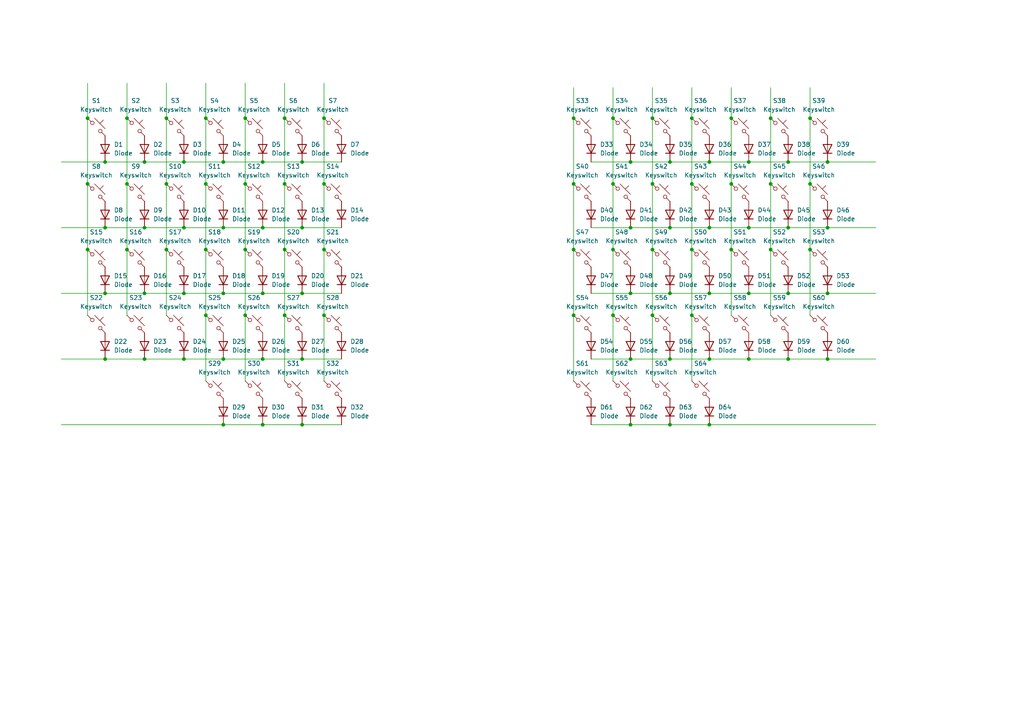
<source format=kicad_sch>
(kicad_sch (version 20230121) (generator eeschema)
  (paper "A4")
  (lib_symbols
    (symbol "ScottoKeebs:Placeholder_Diode" (pin_numbers hide) (pin_names hide)
      (property "Reference" "D" (at 0 2.54 0))
      (property "Value" "Diode" (at 0 -2.54 0))
      (symbol "Placeholder_Diode_0_1"
        (polyline (pts (xy -1.27 1.27) (xy -1.27 -1.27)) (stroke (width 0.254)))
        (polyline (pts (xy 1.27 0) (xy -1.27 0)))
        (polyline (pts (xy 1.27 1.27) (xy 1.27 -1.27) (xy -1.27 0) (xy 1.27 1.27)) (stroke (width 0.254)))
      )
      (symbol "Placeholder_Diode_1_1"
        (pin passive line (at -3.81 0 0) (length 2.54) (name "K") (number "1"))
        (pin passive line (at 3.81 0 180) (length 2.54) (name "A") (number "2"))
      )
    )
    (symbol "ScottoKeebs:Placeholder_Keyswitch" (pin_numbers hide) (pin_names (offset 1.016) hide)
      (property "Reference" "S" (at 3.048 1.016 0))
      (property "Value" "Keyswitch" (at 0 -3.81 0))
      (symbol "Placeholder_Keyswitch_0_1"
        (circle (center -1.1684 1.1684) (radius 0.508))
        (polyline (pts (xy -0.508 2.54) (xy 2.54 -0.508)))
        (polyline (pts (xy 1.016 1.016) (xy 2.032 2.032)))
        (polyline (pts (xy -2.54 2.54) (xy -1.524 1.524) (xy -1.524 1.524)))
        (polyline (pts (xy 1.524 -1.524) (xy 2.54 -2.54) (xy 2.54 -2.54) (xy 2.54 -2.54)))
        (circle (center 1.143 -1.1938) (radius 0.508))
        (pin passive line (at -2.54 2.54 0) (length 0) (name "1") (number "1"))
        (pin passive line (at 2.54 -2.54 180) (length 0) (name "2") (number "2"))
      )
    )
  )
  (junction (at 36.83 72.39))
  (junction (at 71.12 53.34))
  (junction (at 234.95 53.34))
  (junction (at 166.37 34.29))
  (junction (at 200.66 34.29))
  (junction (at 240.03 85.09))
  (junction (at 76.2 85.09))
  (junction (at 87.63 66.04))
  (junction (at 76.2 104.14))
  (junction (at 76.2 123.19))
  (junction (at 76.2 66.04))
  (junction (at 194.31 104.14))
  (junction (at 205.74 46.99))
  (junction (at 200.66 72.39))
  (junction (at 41.91 104.14))
  (junction (at 30.48 46.99))
  (junction (at 189.23 34.29))
  (junction (at 53.34 66.04))
  (junction (at 36.83 53.34))
  (junction (at 189.23 72.39))
  (junction (at 30.48 66.04))
  (junction (at 166.37 72.39))
  (junction (at 217.17 46.99))
  (junction (at 41.91 66.04))
  (junction (at 82.55 91.44))
  (junction (at 71.12 34.29))
  (junction (at 64.77 85.09))
  (junction (at 30.48 104.14))
  (junction (at 182.88 123.19))
  (junction (at 189.23 53.34))
  (junction (at 223.52 53.34))
  (junction (at 177.8 91.44))
  (junction (at 87.63 123.19))
  (junction (at 25.4 53.34))
  (junction (at 53.34 85.09))
  (junction (at 182.88 104.14))
  (junction (at 87.63 46.99))
  (junction (at 64.77 123.19))
  (junction (at 41.91 46.99))
  (junction (at 59.69 91.44))
  (junction (at 166.37 91.44))
  (junction (at 76.2 46.99))
  (junction (at 48.26 34.29))
  (junction (at 64.77 66.04))
  (junction (at 64.77 104.14))
  (junction (at 240.03 66.04))
  (junction (at 93.98 34.29))
  (junction (at 71.12 72.39))
  (junction (at 71.12 91.44))
  (junction (at 205.74 104.14))
  (junction (at 177.8 72.39))
  (junction (at 177.8 34.29))
  (junction (at 25.4 72.39))
  (junction (at 240.03 46.99))
  (junction (at 212.09 53.34))
  (junction (at 200.66 91.44))
  (junction (at 93.98 91.44))
  (junction (at 194.31 85.09))
  (junction (at 177.8 53.34))
  (junction (at 194.31 46.99))
  (junction (at 223.52 34.29))
  (junction (at 87.63 85.09))
  (junction (at 205.74 123.19))
  (junction (at 36.83 34.29))
  (junction (at 228.6 66.04))
  (junction (at 234.95 34.29))
  (junction (at 228.6 46.99))
  (junction (at 25.4 34.29))
  (junction (at 200.66 53.34))
  (junction (at 59.69 34.29))
  (junction (at 189.23 91.44))
  (junction (at 41.91 85.09))
  (junction (at 64.77 46.99))
  (junction (at 228.6 85.09))
  (junction (at 59.69 72.39))
  (junction (at 82.55 34.29))
  (junction (at 217.17 85.09))
  (junction (at 53.34 104.14))
  (junction (at 212.09 34.29))
  (junction (at 240.03 104.14))
  (junction (at 182.88 66.04))
  (junction (at 59.69 53.34))
  (junction (at 48.26 72.39))
  (junction (at 82.55 53.34))
  (junction (at 205.74 85.09))
  (junction (at 228.6 104.14))
  (junction (at 87.63 104.14))
  (junction (at 93.98 72.39))
  (junction (at 223.52 72.39))
  (junction (at 48.26 53.34))
  (junction (at 234.95 72.39))
  (junction (at 166.37 53.34))
  (junction (at 194.31 66.04))
  (junction (at 205.74 66.04))
  (junction (at 93.98 53.34))
  (junction (at 82.55 72.39))
  (junction (at 212.09 72.39))
  (junction (at 182.88 85.09))
  (junction (at 194.31 123.19))
  (junction (at 182.88 46.99))
  (junction (at 217.17 104.14))
  (junction (at 53.34 46.99))
  (junction (at 30.48 85.09))
  (junction (at 217.17 66.04))
  (wire (pts (xy 76.2 66.04) (xy 87.63 66.04)))
  (wire (pts (xy 41.91 46.99) (xy 53.34 46.99)))
  (wire (pts (xy 171.45 104.14) (xy 182.88 104.14)))
  (wire (pts (xy 234.95 34.29) (xy 234.95 53.34)))
  (wire (pts (xy 194.31 85.09) (xy 205.74 85.09)))
  (wire (pts (xy 36.83 24.13) (xy 36.83 34.29)))
  (wire (pts (xy 76.2 123.19) (xy 87.63 123.19)))
  (wire (pts (xy 64.77 46.99) (xy 76.2 46.99)))
  (wire (pts (xy 182.88 123.19) (xy 194.31 123.19)))
  (wire (pts (xy 240.03 66.04) (xy 254 66.04)))
  (wire (pts (xy 171.45 85.09) (xy 182.88 85.09)))
  (wire (pts (xy 87.63 123.19) (xy 99.06 123.19)))
  (wire (pts (xy 194.31 104.14) (xy 205.74 104.14)))
  (wire (pts (xy 182.88 46.99) (xy 194.31 46.99)))
  (wire (pts (xy 228.6 85.09) (xy 240.03 85.09)))
  (wire (pts (xy 93.98 53.34) (xy 93.98 72.39)))
  (wire (pts (xy 182.88 104.14) (xy 194.31 104.14)))
  (wire (pts (xy 217.17 85.09) (xy 228.6 85.09)))
  (wire (pts (xy 59.69 53.34) (xy 59.69 72.39)))
  (wire (pts (xy 82.55 53.34) (xy 82.55 72.39)))
  (wire (pts (xy 93.98 72.39) (xy 93.98 91.44)))
  (wire (pts (xy 200.66 25.4) (xy 200.66 34.29)))
  (wire (pts (xy 194.31 123.19) (xy 205.74 123.19)))
  (wire (pts (xy 93.98 34.29) (xy 93.98 53.34)))
  (wire (pts (xy 48.26 72.39) (xy 48.26 91.44)))
  (wire (pts (xy 25.4 72.39) (xy 25.4 91.44)))
  (wire (pts (xy 171.45 66.04) (xy 182.88 66.04)))
  (wire (pts (xy 177.8 25.4) (xy 177.8 34.29)))
  (wire (pts (xy 212.09 25.4) (xy 212.09 34.29)))
  (wire (pts (xy 200.66 34.29) (xy 200.66 53.34)))
  (wire (pts (xy 71.12 34.29) (xy 71.12 53.34)))
  (wire (pts (xy 177.8 53.34) (xy 177.8 72.39)))
  (wire (pts (xy 87.63 46.99) (xy 99.06 46.99)))
  (wire (pts (xy 200.66 72.39) (xy 200.66 91.44)))
  (wire (pts (xy 182.88 85.09) (xy 194.31 85.09)))
  (wire (pts (xy 53.34 66.04) (xy 64.77 66.04)))
  (wire (pts (xy 64.77 66.04) (xy 76.2 66.04)))
  (wire (pts (xy 194.31 46.99) (xy 205.74 46.99)))
  (wire (pts (xy 25.4 53.34) (xy 25.4 72.39)))
  (wire (pts (xy 17.78 66.04) (xy 30.48 66.04)))
  (wire (pts (xy 25.4 34.29) (xy 25.4 53.34)))
  (wire (pts (xy 240.03 85.09) (xy 254 85.09)))
  (wire (pts (xy 71.12 53.34) (xy 71.12 72.39)))
  (wire (pts (xy 25.4 24.13) (xy 25.4 34.29)))
  (wire (pts (xy 217.17 104.14) (xy 228.6 104.14)))
  (wire (pts (xy 53.34 104.14) (xy 64.77 104.14)))
  (wire (pts (xy 166.37 34.29) (xy 166.37 53.34)))
  (wire (pts (xy 234.95 53.34) (xy 234.95 72.39)))
  (wire (pts (xy 53.34 85.09) (xy 64.77 85.09)))
  (wire (pts (xy 177.8 72.39) (xy 177.8 91.44)))
  (wire (pts (xy 93.98 24.13) (xy 93.98 34.29)))
  (wire (pts (xy 205.74 85.09) (xy 217.17 85.09)))
  (wire (pts (xy 171.45 123.19) (xy 182.88 123.19)))
  (wire (pts (xy 200.66 53.34) (xy 200.66 72.39)))
  (wire (pts (xy 36.83 72.39) (xy 36.83 91.44)))
  (wire (pts (xy 228.6 66.04) (xy 240.03 66.04)))
  (wire (pts (xy 217.17 66.04) (xy 228.6 66.04)))
  (wire (pts (xy 30.48 46.99) (xy 41.91 46.99)))
  (wire (pts (xy 189.23 72.39) (xy 189.23 91.44)))
  (wire (pts (xy 223.52 53.34) (xy 223.52 72.39)))
  (wire (pts (xy 36.83 34.29) (xy 36.83 53.34)))
  (wire (pts (xy 217.17 46.99) (xy 228.6 46.99)))
  (wire (pts (xy 48.26 34.29) (xy 48.26 53.34)))
  (wire (pts (xy 223.52 25.4) (xy 223.52 34.29)))
  (wire (pts (xy 223.52 34.29) (xy 223.52 53.34)))
  (wire (pts (xy 64.77 123.19) (xy 76.2 123.19)))
  (wire (pts (xy 30.48 66.04) (xy 41.91 66.04)))
  (wire (pts (xy 189.23 53.34) (xy 189.23 72.39)))
  (wire (pts (xy 93.98 91.44) (xy 93.98 110.49)))
  (wire (pts (xy 59.69 91.44) (xy 59.69 110.49)))
  (wire (pts (xy 177.8 34.29) (xy 177.8 53.34)))
  (wire (pts (xy 41.91 85.09) (xy 53.34 85.09)))
  (wire (pts (xy 166.37 53.34) (xy 166.37 72.39)))
  (wire (pts (xy 82.55 34.29) (xy 82.55 53.34)))
  (wire (pts (xy 182.88 66.04) (xy 194.31 66.04)))
  (wire (pts (xy 17.78 123.19) (xy 64.77 123.19)))
  (wire (pts (xy 189.23 91.44) (xy 189.23 110.49)))
  (wire (pts (xy 76.2 46.99) (xy 87.63 46.99)))
  (wire (pts (xy 223.52 72.39) (xy 223.52 91.44)))
  (wire (pts (xy 53.34 46.99) (xy 64.77 46.99)))
  (wire (pts (xy 228.6 104.14) (xy 240.03 104.14)))
  (wire (pts (xy 87.63 66.04) (xy 99.06 66.04)))
  (wire (pts (xy 166.37 91.44) (xy 166.37 110.49)))
  (wire (pts (xy 189.23 34.29) (xy 189.23 53.34)))
  (wire (pts (xy 234.95 25.4) (xy 234.95 34.29)))
  (wire (pts (xy 205.74 46.99) (xy 217.17 46.99)))
  (wire (pts (xy 205.74 66.04) (xy 217.17 66.04)))
  (wire (pts (xy 205.74 123.19) (xy 254 123.19)))
  (wire (pts (xy 205.74 104.14) (xy 217.17 104.14)))
  (wire (pts (xy 82.55 24.13) (xy 82.55 34.29)))
  (wire (pts (xy 64.77 85.09) (xy 76.2 85.09)))
  (wire (pts (xy 87.63 104.14) (xy 99.06 104.14)))
  (wire (pts (xy 76.2 85.09) (xy 87.63 85.09)))
  (wire (pts (xy 17.78 85.09) (xy 30.48 85.09)))
  (wire (pts (xy 71.12 72.39) (xy 71.12 91.44)))
  (wire (pts (xy 41.91 66.04) (xy 53.34 66.04)))
  (wire (pts (xy 48.26 24.13) (xy 48.26 34.29)))
  (wire (pts (xy 30.48 104.14) (xy 41.91 104.14)))
  (wire (pts (xy 71.12 91.44) (xy 71.12 110.49)))
  (wire (pts (xy 59.69 24.13) (xy 59.69 34.29)))
  (wire (pts (xy 194.31 66.04) (xy 205.74 66.04)))
  (wire (pts (xy 36.83 53.34) (xy 36.83 72.39)))
  (wire (pts (xy 82.55 72.39) (xy 82.55 91.44)))
  (wire (pts (xy 177.8 91.44) (xy 177.8 110.49)))
  (wire (pts (xy 166.37 25.4) (xy 166.37 34.29)))
  (wire (pts (xy 87.63 85.09) (xy 99.06 85.09)))
  (wire (pts (xy 48.26 53.34) (xy 48.26 72.39)))
  (wire (pts (xy 200.66 91.44) (xy 200.66 110.49)))
  (wire (pts (xy 17.78 104.14) (xy 30.48 104.14)))
  (wire (pts (xy 41.91 104.14) (xy 53.34 104.14)))
  (wire (pts (xy 166.37 72.39) (xy 166.37 91.44)))
  (wire (pts (xy 189.23 25.4) (xy 189.23 34.29)))
  (wire (pts (xy 59.69 72.39) (xy 59.69 91.44)))
  (wire (pts (xy 82.55 91.44) (xy 82.55 110.49)))
  (wire (pts (xy 76.2 104.14) (xy 87.63 104.14)))
  (wire (pts (xy 212.09 72.39) (xy 212.09 91.44)))
  (wire (pts (xy 71.12 24.13) (xy 71.12 34.29)))
  (wire (pts (xy 212.09 53.34) (xy 212.09 72.39)))
  (wire (pts (xy 228.6 46.99) (xy 240.03 46.99)))
  (wire (pts (xy 212.09 34.29) (xy 212.09 53.34)))
  (wire (pts (xy 59.69 34.29) (xy 59.69 53.34)))
  (wire (pts (xy 240.03 104.14) (xy 254 104.14)))
  (wire (pts (xy 64.77 104.14) (xy 76.2 104.14)))
  (wire (pts (xy 171.45 46.99) (xy 182.88 46.99)))
  (wire (pts (xy 30.48 85.09) (xy 41.91 85.09)))
  (wire (pts (xy 240.03 46.99) (xy 254 46.99)))
  (wire (pts (xy 17.78 46.99) (xy 30.48 46.99)))
  (wire (pts (xy 234.95 72.39) (xy 234.95 91.44)))
  (symbol (lib_id "ScottoKeebs:Placeholder_Diode") (at 76.2 62.23 90) (unit 1)
    (property "Reference" "D12" (at 78.74 60.96 90) (effects (justify right)))
    (property "Value" "Diode" (at 78.74 63.5 90) (effects (justify right)))
    (property "Footprint" "ScottoKeebs_Components:Diode_DO-35" (effects hide))
    (property "Sim.Device" "D" (effects hide))
    (property "Sim.Pins" "1=K 2=A" (effects hide))
  )
  (symbol (lib_id "ScottoKeebs:Placeholder_Keyswitch") (at 27.94 74.93 0) (unit 1)
    (property "Reference" "S15" (at 27.94 67.31 0))
    (property "Value" "Keyswitch" (at 27.94 69.85 0))
  )
  (symbol (lib_id "ScottoKeebs:Placeholder_Diode") (at 182.88 62.23 90) (unit 1)
    (property "Reference" "D41" (at 185.42 60.96 90) (effects (justify right)))
    (property "Value" "Diode" (at 185.42 63.5 90) (effects (justify right)))
    (property "Footprint" "ScottoKeebs_Components:Diode_DO-35" (effects hide))
    (property "Sim.Device" "D" (effects hide))
    (property "Sim.Pins" "1=K 2=A" (effects hide))
  )
  (symbol (lib_id "ScottoKeebs:Placeholder_Diode") (at 87.63 62.23 90) (unit 1)
    (property "Reference" "D13" (at 90.17 60.96 90) (effects (justify right)))
    (property "Value" "Diode" (at 90.17 63.5 90) (effects (justify right)))
    (property "Footprint" "ScottoKeebs_Components:Diode_DO-35" (effects hide))
    (property "Sim.Device" "D" (effects hide))
    (property "Sim.Pins" "1=K 2=A" (effects hide))
  )
  (symbol (lib_id "ScottoKeebs:Placeholder_Diode") (at 228.6 100.33 90) (unit 1)
    (property "Reference" "D59" (at 231.14 99.06 90) (effects (justify right)))
    (property "Value" "Diode" (at 231.14 101.6 90) (effects (justify right)))
    (property "Footprint" "ScottoKeebs_Components:Diode_DO-35" (effects hide))
    (property "Sim.Device" "D" (effects hide))
    (property "Sim.Pins" "1=K 2=A" (effects hide))
  )
  (symbol (lib_id "ScottoKeebs:Placeholder_Diode") (at 228.6 62.23 90) (unit 1)
    (property "Reference" "D45" (at 231.14 60.96 90) (effects (justify right)))
    (property "Value" "Diode" (at 231.14 63.5 90) (effects (justify right)))
    (property "Footprint" "ScottoKeebs_Components:Diode_DO-35" (effects hide))
    (property "Sim.Device" "D" (effects hide))
    (property "Sim.Pins" "1=K 2=A" (effects hide))
  )
  (symbol (lib_id "ScottoKeebs:Placeholder_Keyswitch") (at 226.06 55.88 0) (unit 1)
    (property "Reference" "S45" (at 226.06 48.26 0))
    (property "Value" "Keyswitch" (at 226.06 50.8 0))
  )
  (symbol (lib_id "ScottoKeebs:Placeholder_Keyswitch") (at 96.52 55.88 0) (unit 1)
    (property "Reference" "S14" (at 96.52 48.26 0))
    (property "Value" "Keyswitch" (at 96.52 50.8 0))
  )
  (symbol (lib_id "ScottoKeebs:Placeholder_Keyswitch") (at 62.23 113.03 0) (unit 1)
    (property "Reference" "S29" (at 62.23 105.41 0))
    (property "Value" "Keyswitch" (at 62.23 107.95 0))
  )
  (symbol (lib_id "ScottoKeebs:Placeholder_Keyswitch") (at 226.06 93.98 0) (unit 1)
    (property "Reference" "S59" (at 226.06 86.36 0))
    (property "Value" "Keyswitch" (at 226.06 88.9 0))
  )
  (symbol (lib_id "ScottoKeebs:Placeholder_Keyswitch") (at 180.34 36.83 0) (unit 1)
    (property "Reference" "S34" (at 180.34 29.21 0))
    (property "Value" "Keyswitch" (at 180.34 31.75 0))
  )
  (symbol (lib_id "ScottoKeebs:Placeholder_Keyswitch") (at 85.09 113.03 0) (unit 1)
    (property "Reference" "S31" (at 85.09 105.41 0))
    (property "Value" "Keyswitch" (at 85.09 107.95 0))
  )
  (symbol (lib_id "ScottoKeebs:Placeholder_Keyswitch") (at 39.37 74.93 0) (unit 1)
    (property "Reference" "S16" (at 39.37 67.31 0))
    (property "Value" "Keyswitch" (at 39.37 69.85 0))
  )
  (symbol (lib_id "ScottoKeebs:Placeholder_Diode") (at 99.06 62.23 90) (unit 1)
    (property "Reference" "D14" (at 101.6 60.96 90) (effects (justify right)))
    (property "Value" "Diode" (at 101.6 63.5 90) (effects (justify right)))
    (property "Footprint" "ScottoKeebs_Components:Diode_DO-35" (effects hide))
    (property "Sim.Device" "D" (effects hide))
    (property "Sim.Pins" "1=K 2=A" (effects hide))
  )
  (symbol (lib_id "ScottoKeebs:Placeholder_Keyswitch") (at 214.63 74.93 0) (unit 1)
    (property "Reference" "S51" (at 214.63 67.31 0))
    (property "Value" "Keyswitch" (at 214.63 69.85 0))
  )
  (symbol (lib_id "ScottoKeebs:Placeholder_Diode") (at 41.91 81.28 90) (unit 1)
    (property "Reference" "D16" (at 44.45 80.01 90) (effects (justify right)))
    (property "Value" "Diode" (at 44.45 82.55 90) (effects (justify right)))
    (property "Footprint" "ScottoKeebs_Components:Diode_DO-35" (effects hide))
    (property "Sim.Device" "D" (effects hide))
    (property "Sim.Pins" "1=K 2=A" (effects hide))
  )
  (symbol (lib_id "ScottoKeebs:Placeholder_Keyswitch") (at 73.66 113.03 0) (unit 1)
    (property "Reference" "S30" (at 73.66 105.41 0))
    (property "Value" "Keyswitch" (at 73.66 107.95 0))
  )
  (symbol (lib_id "ScottoKeebs:Placeholder_Diode") (at 240.03 62.23 90) (unit 1)
    (property "Reference" "D46" (at 242.57 60.96 90) (effects (justify right)))
    (property "Value" "Diode" (at 242.57 63.5 90) (effects (justify right)))
    (property "Footprint" "ScottoKeebs_Components:Diode_DO-35" (effects hide))
    (property "Sim.Device" "D" (effects hide))
    (property "Sim.Pins" "1=K 2=A" (effects hide))
  )
  (symbol (lib_id "ScottoKeebs:Placeholder_Keyswitch") (at 237.49 74.93 0) (unit 1)
    (property "Reference" "S53" (at 237.49 67.31 0))
    (property "Value" "Keyswitch" (at 237.49 69.85 0))
  )
  (symbol (lib_id "ScottoKeebs:Placeholder_Keyswitch") (at 168.91 55.88 0) (unit 1)
    (property "Reference" "S40" (at 168.91 48.26 0))
    (property "Value" "Keyswitch" (at 168.91 50.8 0))
  )
  (symbol (lib_id "ScottoKeebs:Placeholder_Diode") (at 194.31 43.18 90) (unit 1)
    (property "Reference" "D35" (at 196.85 41.91 90) (effects (justify right)))
    (property "Value" "Diode" (at 196.85 44.45 90) (effects (justify right)))
    (property "Footprint" "ScottoKeebs_Components:Diode_DO-35" (effects hide))
    (property "Sim.Device" "D" (effects hide))
    (property "Sim.Pins" "1=K 2=A" (effects hide))
  )
  (symbol (lib_id "ScottoKeebs:Placeholder_Keyswitch") (at 50.8 55.88 0) (unit 1)
    (property "Reference" "S10" (at 50.8 48.26 0))
    (property "Value" "Keyswitch" (at 50.8 50.8 0))
  )
  (symbol (lib_id "ScottoKeebs:Placeholder_Keyswitch") (at 96.52 36.83 0) (unit 1)
    (property "Reference" "S7" (at 96.52 29.21 0))
    (property "Value" "Keyswitch" (at 96.52 31.75 0))
  )
  (symbol (lib_id "ScottoKeebs:Placeholder_Diode") (at 76.2 43.18 90) (unit 1)
    (property "Reference" "D5" (at 78.74 41.91 90) (effects (justify right)))
    (property "Value" "Diode" (at 78.74 44.45 90) (effects (justify right)))
    (property "Footprint" "ScottoKeebs_Components:Diode_DO-35" (effects hide))
    (property "Sim.Device" "D" (effects hide))
    (property "Sim.Pins" "1=K 2=A" (effects hide))
  )
  (symbol (lib_id "ScottoKeebs:Placeholder_Keyswitch") (at 85.09 55.88 0) (unit 1)
    (property "Reference" "S13" (at 85.09 48.26 0))
    (property "Value" "Keyswitch" (at 85.09 50.8 0))
  )
  (symbol (lib_id "ScottoKeebs:Placeholder_Keyswitch") (at 39.37 36.83 0) (unit 1)
    (property "Reference" "S2" (at 39.37 29.21 0))
    (property "Value" "Keyswitch" (at 39.37 31.75 0))
  )
  (symbol (lib_id "ScottoKeebs:Placeholder_Keyswitch") (at 27.94 93.98 0) (unit 1)
    (property "Reference" "S22" (at 27.94 86.36 0))
    (property "Value" "Keyswitch" (at 27.94 88.9 0))
  )
  (symbol (lib_id "ScottoKeebs:Placeholder_Diode") (at 240.03 100.33 90) (unit 1)
    (property "Reference" "D60" (at 242.57 99.06 90) (effects (justify right)))
    (property "Value" "Diode" (at 242.57 101.6 90) (effects (justify right)))
    (property "Footprint" "ScottoKeebs_Components:Diode_DO-35" (effects hide))
    (property "Sim.Device" "D" (effects hide))
    (property "Sim.Pins" "1=K 2=A" (effects hide))
  )
  (symbol (lib_id "ScottoKeebs:Placeholder_Diode") (at 41.91 100.33 90) (unit 1)
    (property "Reference" "D23" (at 44.45 99.06 90) (effects (justify right)))
    (property "Value" "Diode" (at 44.45 101.6 90) (effects (justify right)))
    (property "Footprint" "ScottoKeebs_Components:Diode_DO-35" (effects hide))
    (property "Sim.Device" "D" (effects hide))
    (property "Sim.Pins" "1=K 2=A" (effects hide))
  )
  (symbol (lib_id "ScottoKeebs:Placeholder_Diode") (at 182.88 81.28 90) (unit 1)
    (property "Reference" "D48" (at 185.42 80.01 90) (effects (justify right)))
    (property "Value" "Diode" (at 185.42 82.55 90) (effects (justify right)))
    (property "Footprint" "ScottoKeebs_Components:Diode_DO-35" (effects hide))
    (property "Sim.Device" "D" (effects hide))
    (property "Sim.Pins" "1=K 2=A" (effects hide))
  )
  (symbol (lib_id "ScottoKeebs:Placeholder_Keyswitch") (at 50.8 36.83 0) (unit 1)
    (property "Reference" "S3" (at 50.8 29.21 0))
    (property "Value" "Keyswitch" (at 50.8 31.75 0))
  )
  (symbol (lib_id "ScottoKeebs:Placeholder_Diode") (at 30.48 43.18 90) (unit 1)
    (property "Reference" "D1" (at 33.02 41.91 90) (effects (justify right)))
    (property "Value" "Diode" (at 33.02 44.45 90) (effects (justify right)))
    (property "Footprint" "ScottoKeebs_Components:Diode_DO-35" (effects hide))
    (property "Sim.Device" "D" (effects hide))
    (property "Sim.Pins" "1=K 2=A" (effects hide))
  )
  (symbol (lib_id "ScottoKeebs:Placeholder_Diode") (at 171.45 43.18 90) (unit 1)
    (property "Reference" "D33" (at 173.99 41.91 90) (effects (justify right)))
    (property "Value" "Diode" (at 173.99 44.45 90) (effects (justify right)))
    (property "Footprint" "ScottoKeebs_Components:Diode_DO-35" (effects hide))
    (property "Sim.Device" "D" (effects hide))
    (property "Sim.Pins" "1=K 2=A" (effects hide))
  )
  (symbol (lib_id "ScottoKeebs:Placeholder_Keyswitch") (at 50.8 74.93 0) (unit 1)
    (property "Reference" "S17" (at 50.8 67.31 0))
    (property "Value" "Keyswitch" (at 50.8 69.85 0))
  )
  (symbol (lib_id "ScottoKeebs:Placeholder_Keyswitch") (at 180.34 55.88 0) (unit 1)
    (property "Reference" "S41" (at 180.34 48.26 0))
    (property "Value" "Keyswitch" (at 180.34 50.8 0))
  )
  (symbol (lib_id "ScottoKeebs:Placeholder_Keyswitch") (at 39.37 55.88 0) (unit 1)
    (property "Reference" "S9" (at 39.37 48.26 0))
    (property "Value" "Keyswitch" (at 39.37 50.8 0))
  )
  (symbol (lib_id "ScottoKeebs:Placeholder_Diode") (at 205.74 62.23 90) (unit 1)
    (property "Reference" "D43" (at 208.28 60.96 90) (effects (justify right)))
    (property "Value" "Diode" (at 208.28 63.5 90) (effects (justify right)))
    (property "Footprint" "ScottoKeebs_Components:Diode_DO-35" (effects hide))
    (property "Sim.Device" "D" (effects hide))
    (property "Sim.Pins" "1=K 2=A" (effects hide))
  )
  (symbol (lib_id "ScottoKeebs:Placeholder_Diode") (at 228.6 81.28 90) (unit 1)
    (property "Reference" "D52" (at 231.14 80.01 90) (effects (justify right)))
    (property "Value" "Diode" (at 231.14 82.55 90) (effects (justify right)))
    (property "Footprint" "ScottoKeebs_Components:Diode_DO-35" (effects hide))
    (property "Sim.Device" "D" (effects hide))
    (property "Sim.Pins" "1=K 2=A" (effects hide))
  )
  (symbol (lib_id "ScottoKeebs:Placeholder_Diode") (at 87.63 43.18 90) (unit 1)
    (property "Reference" "D6" (at 90.17 41.91 90) (effects (justify right)))
    (property "Value" "Diode" (at 90.17 44.45 90) (effects (justify right)))
    (property "Footprint" "ScottoKeebs_Components:Diode_DO-35" (effects hide))
    (property "Sim.Device" "D" (effects hide))
    (property "Sim.Pins" "1=K 2=A" (effects hide))
  )
  (symbol (lib_id "ScottoKeebs:Placeholder_Keyswitch") (at 180.34 113.03 0) (unit 1)
    (property "Reference" "S62" (at 180.34 105.41 0))
    (property "Value" "Keyswitch" (at 180.34 107.95 0))
  )
  (symbol (lib_id "ScottoKeebs:Placeholder_Keyswitch") (at 191.77 74.93 0) (unit 1)
    (property "Reference" "S49" (at 191.77 67.31 0))
    (property "Value" "Keyswitch" (at 191.77 69.85 0))
  )
  (symbol (lib_id "ScottoKeebs:Placeholder_Keyswitch") (at 168.91 113.03 0) (unit 1)
    (property "Reference" "S61" (at 168.91 105.41 0))
    (property "Value" "Keyswitch" (at 168.91 107.95 0))
  )
  (symbol (lib_id "ScottoKeebs:Placeholder_Keyswitch") (at 237.49 55.88 0) (unit 1)
    (property "Reference" "S46" (at 237.49 48.26 0))
    (property "Value" "Keyswitch" (at 237.49 50.8 0))
  )
  (symbol (lib_id "ScottoKeebs:Placeholder_Keyswitch") (at 203.2 93.98 0) (unit 1)
    (property "Reference" "S57" (at 203.2 86.36 0))
    (property "Value" "Keyswitch" (at 203.2 88.9 0))
  )
  (symbol (lib_id "ScottoKeebs:Placeholder_Keyswitch") (at 237.49 36.83 0) (unit 1)
    (property "Reference" "S39" (at 237.49 29.21 0))
    (property "Value" "Keyswitch" (at 237.49 31.75 0))
  )
  (symbol (lib_id "ScottoKeebs:Placeholder_Keyswitch") (at 27.94 36.83 0) (unit 1)
    (property "Reference" "S1" (at 27.94 29.21 0))
    (property "Value" "Keyswitch" (at 27.94 31.75 0))
  )
  (symbol (lib_id "ScottoKeebs:Placeholder_Keyswitch") (at 203.2 74.93 0) (unit 1)
    (property "Reference" "S50" (at 203.2 67.31 0))
    (property "Value" "Keyswitch" (at 203.2 69.85 0))
  )
  (symbol (lib_id "ScottoKeebs:Placeholder_Diode") (at 76.2 119.38 90) (unit 1)
    (property "Reference" "D30" (at 78.74 118.11 90) (effects (justify right)))
    (property "Value" "Diode" (at 78.74 120.65 90) (effects (justify right)))
    (property "Footprint" "ScottoKeebs_Components:Diode_DO-35" (effects hide))
    (property "Sim.Device" "D" (effects hide))
    (property "Sim.Pins" "1=K 2=A" (effects hide))
  )
  (symbol (lib_id "ScottoKeebs:Placeholder_Keyswitch") (at 168.91 36.83 0) (unit 1)
    (property "Reference" "S33" (at 168.91 29.21 0))
    (property "Value" "Keyswitch" (at 168.91 31.75 0))
  )
  (symbol (lib_id "ScottoKeebs:Placeholder_Keyswitch") (at 85.09 36.83 0) (unit 1)
    (property "Reference" "S6" (at 85.09 29.21 0))
    (property "Value" "Keyswitch" (at 85.09 31.75 0))
  )
  (symbol (lib_id "ScottoKeebs:Placeholder_Diode") (at 240.03 43.18 90) (unit 1)
    (property "Reference" "D39" (at 242.57 41.91 90) (effects (justify right)))
    (property "Value" "Diode" (at 242.57 44.45 90) (effects (justify right)))
    (property "Footprint" "ScottoKeebs_Components:Diode_DO-35" (effects hide))
    (property "Sim.Device" "D" (effects hide))
    (property "Sim.Pins" "1=K 2=A" (effects hide))
  )
  (symbol (lib_id "ScottoKeebs:Placeholder_Keyswitch") (at 73.66 55.88 0) (unit 1)
    (property "Reference" "S12" (at 73.66 48.26 0))
    (property "Value" "Keyswitch" (at 73.66 50.8 0))
  )
  (symbol (lib_id "ScottoKeebs:Placeholder_Keyswitch") (at 214.63 36.83 0) (unit 1)
    (property "Reference" "S37" (at 214.63 29.21 0))
    (property "Value" "Keyswitch" (at 214.63 31.75 0))
  )
  (symbol (lib_id "ScottoKeebs:Placeholder_Diode") (at 41.91 43.18 90) (unit 1)
    (property "Reference" "D2" (at 44.45 41.91 90) (effects (justify right)))
    (property "Value" "Diode" (at 44.45 44.45 90) (effects (justify right)))
    (property "Footprint" "ScottoKeebs_Components:Diode_DO-35" (effects hide))
    (property "Sim.Device" "D" (effects hide))
    (property "Sim.Pins" "1=K 2=A" (effects hide))
  )
  (symbol (lib_id "ScottoKeebs:Placeholder_Diode") (at 194.31 62.23 90) (unit 1)
    (property "Reference" "D42" (at 196.85 60.96 90) (effects (justify right)))
    (property "Value" "Diode" (at 196.85 63.5 90) (effects (justify right)))
    (property "Footprint" "ScottoKeebs_Components:Diode_DO-35" (effects hide))
    (property "Sim.Device" "D" (effects hide))
    (property "Sim.Pins" "1=K 2=A" (effects hide))
  )
  (symbol (lib_id "ScottoKeebs:Placeholder_Diode") (at 171.45 62.23 90) (unit 1)
    (property "Reference" "D40" (at 173.99 60.96 90) (effects (justify right)))
    (property "Value" "Diode" (at 173.99 63.5 90) (effects (justify right)))
    (property "Footprint" "ScottoKeebs_Components:Diode_DO-35" (effects hide))
    (property "Sim.Device" "D" (effects hide))
    (property "Sim.Pins" "1=K 2=A" (effects hide))
  )
  (symbol (lib_id "ScottoKeebs:Placeholder_Diode") (at 30.48 81.28 90) (unit 1)
    (property "Reference" "D15" (at 33.02 80.01 90) (effects (justify right)))
    (property "Value" "Diode" (at 33.02 82.55 90) (effects (justify right)))
    (property "Footprint" "ScottoKeebs_Components:Diode_DO-35" (effects hide))
    (property "Sim.Device" "D" (effects hide))
    (property "Sim.Pins" "1=K 2=A" (effects hide))
  )
  (symbol (lib_id "ScottoKeebs:Placeholder_Keyswitch") (at 168.91 93.98 0) (unit 1)
    (property "Reference" "S54" (at 168.91 86.36 0))
    (property "Value" "Keyswitch" (at 168.91 88.9 0))
  )
  (symbol (lib_id "ScottoKeebs:Placeholder_Diode") (at 64.77 100.33 90) (unit 1)
    (property "Reference" "D25" (at 67.31 99.06 90) (effects (justify right)))
    (property "Value" "Diode" (at 67.31 101.6 90) (effects (justify right)))
    (property "Footprint" "ScottoKeebs_Components:Diode_DO-35" (effects hide))
    (property "Sim.Device" "D" (effects hide))
    (property "Sim.Pins" "1=K 2=A" (effects hide))
  )
  (symbol (lib_id "ScottoKeebs:Placeholder_Keyswitch") (at 50.8 93.98 0) (unit 1)
    (property "Reference" "S24" (at 50.8 86.36 0))
    (property "Value" "Keyswitch" (at 50.8 88.9 0))
  )
  (symbol (lib_id "ScottoKeebs:Placeholder_Diode") (at 53.34 62.23 90) (unit 1)
    (property "Reference" "D10" (at 55.88 60.96 90) (effects (justify right)))
    (property "Value" "Diode" (at 55.88 63.5 90) (effects (justify right)))
    (property "Footprint" "ScottoKeebs_Components:Diode_DO-35" (effects hide))
    (property "Sim.Device" "D" (effects hide))
    (property "Sim.Pins" "1=K 2=A" (effects hide))
  )
  (symbol (lib_id "ScottoKeebs:Placeholder_Keyswitch") (at 62.23 36.83 0) (unit 1)
    (property "Reference" "S4" (at 62.23 29.21 0))
    (property "Value" "Keyswitch" (at 62.23 31.75 0))
  )
  (symbol (lib_id "ScottoKeebs:Placeholder_Keyswitch") (at 226.06 74.93 0) (unit 1)
    (property "Reference" "S52" (at 226.06 67.31 0))
    (property "Value" "Keyswitch" (at 226.06 69.85 0))
  )
  (symbol (lib_id "ScottoKeebs:Placeholder_Keyswitch") (at 237.49 93.98 0) (unit 1)
    (property "Reference" "S60" (at 237.49 86.36 0))
    (property "Value" "Keyswitch" (at 237.49 88.9 0))
  )
  (symbol (lib_id "ScottoKeebs:Placeholder_Keyswitch") (at 96.52 74.93 0) (unit 1)
    (property "Reference" "S21" (at 96.52 67.31 0))
    (property "Value" "Keyswitch" (at 96.52 69.85 0))
  )
  (symbol (lib_id "ScottoKeebs:Placeholder_Diode") (at 182.88 119.38 90) (unit 1)
    (property "Reference" "D62" (at 185.42 118.11 90) (effects (justify right)))
    (property "Value" "Diode" (at 185.42 120.65 90) (effects (justify right)))
    (property "Footprint" "ScottoKeebs_Components:Diode_DO-35" (effects hide))
    (property "Sim.Device" "D" (effects hide))
    (property "Sim.Pins" "1=K 2=A" (effects hide))
  )
  (symbol (lib_id "ScottoKeebs:Placeholder_Diode") (at 217.17 81.28 90) (unit 1)
    (property "Reference" "D51" (at 219.71 80.01 90) (effects (justify right)))
    (property "Value" "Diode" (at 219.71 82.55 90) (effects (justify right)))
    (property "Footprint" "ScottoKeebs_Components:Diode_DO-35" (effects hide))
    (property "Sim.Device" "D" (effects hide))
    (property "Sim.Pins" "1=K 2=A" (effects hide))
  )
  (symbol (lib_id "ScottoKeebs:Placeholder_Diode") (at 99.06 119.38 90) (unit 1)
    (property "Reference" "D32" (at 101.6 118.11 90) (effects (justify right)))
    (property "Value" "Diode" (at 101.6 120.65 90) (effects (justify right)))
    (property "Footprint" "ScottoKeebs_Components:Diode_DO-35" (effects hide))
    (property "Sim.Device" "D" (effects hide))
    (property "Sim.Pins" "1=K 2=A" (effects hide))
  )
  (symbol (lib_id "ScottoKeebs:Placeholder_Diode") (at 99.06 81.28 90) (unit 1)
    (property "Reference" "D21" (at 101.6 80.01 90) (effects (justify right)))
    (property "Value" "Diode" (at 101.6 82.55 90) (effects (justify right)))
    (property "Footprint" "ScottoKeebs_Components:Diode_DO-35" (effects hide))
    (property "Sim.Device" "D" (effects hide))
    (property "Sim.Pins" "1=K 2=A" (effects hide))
  )
  (symbol (lib_id "ScottoKeebs:Placeholder_Diode") (at 64.77 81.28 90) (unit 1)
    (property "Reference" "D18" (at 67.31 80.01 90) (effects (justify right)))
    (property "Value" "Diode" (at 67.31 82.55 90) (effects (justify right)))
    (property "Footprint" "ScottoKeebs_Components:Diode_DO-35" (effects hide))
    (property "Sim.Device" "D" (effects hide))
    (property "Sim.Pins" "1=K 2=A" (effects hide))
  )
  (symbol (lib_id "ScottoKeebs:Placeholder_Diode") (at 217.17 62.23 90) (unit 1)
    (property "Reference" "D44" (at 219.71 60.96 90) (effects (justify right)))
    (property "Value" "Diode" (at 219.71 63.5 90) (effects (justify right)))
    (property "Footprint" "ScottoKeebs_Components:Diode_DO-35" (effects hide))
    (property "Sim.Device" "D" (effects hide))
    (property "Sim.Pins" "1=K 2=A" (effects hide))
  )
  (symbol (lib_id "ScottoKeebs:Placeholder_Diode") (at 99.06 43.18 90) (unit 1)
    (property "Reference" "D7" (at 101.6 41.91 90) (effects (justify right)))
    (property "Value" "Diode" (at 101.6 44.45 90) (effects (justify right)))
    (property "Footprint" "ScottoKeebs_Components:Diode_DO-35" (effects hide))
    (property "Sim.Device" "D" (effects hide))
    (property "Sim.Pins" "1=K 2=A" (effects hide))
  )
  (symbol (lib_id "ScottoKeebs:Placeholder_Keyswitch") (at 85.09 93.98 0) (unit 1)
    (property "Reference" "S27" (at 85.09 86.36 0))
    (property "Value" "Keyswitch" (at 85.09 88.9 0))
  )
  (symbol (lib_id "ScottoKeebs:Placeholder_Keyswitch") (at 226.06 36.83 0) (unit 1)
    (property "Reference" "S38" (at 226.06 29.21 0))
    (property "Value" "Keyswitch" (at 226.06 31.75 0))
  )
  (symbol (lib_id "ScottoKeebs:Placeholder_Keyswitch") (at 96.52 113.03 0) (unit 1)
    (property "Reference" "S32" (at 96.52 105.41 0))
    (property "Value" "Keyswitch" (at 96.52 107.95 0))
  )
  (symbol (lib_id "ScottoKeebs:Placeholder_Diode") (at 205.74 119.38 90) (unit 1)
    (property "Reference" "D64" (at 208.28 118.11 90) (effects (justify right)))
    (property "Value" "Diode" (at 208.28 120.65 90) (effects (justify right)))
    (property "Footprint" "ScottoKeebs_Components:Diode_DO-35" (effects hide))
    (property "Sim.Device" "D" (effects hide))
    (property "Sim.Pins" "1=K 2=A" (effects hide))
  )
  (symbol (lib_id "ScottoKeebs:Placeholder_Diode") (at 205.74 81.28 90) (unit 1)
    (property "Reference" "D50" (at 208.28 80.01 90) (effects (justify right)))
    (property "Value" "Diode" (at 208.28 82.55 90) (effects (justify right)))
    (property "Footprint" "ScottoKeebs_Components:Diode_DO-35" (effects hide))
    (property "Sim.Device" "D" (effects hide))
    (property "Sim.Pins" "1=K 2=A" (effects hide))
  )
  (symbol (lib_id "ScottoKeebs:Placeholder_Diode") (at 76.2 100.33 90) (unit 1)
    (property "Reference" "D26" (at 78.74 99.06 90) (effects (justify right)))
    (property "Value" "Diode" (at 78.74 101.6 90) (effects (justify right)))
    (property "Footprint" "ScottoKeebs_Components:Diode_DO-35" (effects hide))
    (property "Sim.Device" "D" (effects hide))
    (property "Sim.Pins" "1=K 2=A" (effects hide))
  )
  (symbol (lib_id "ScottoKeebs:Placeholder_Keyswitch") (at 73.66 36.83 0) (unit 1)
    (property "Reference" "S5" (at 73.66 29.21 0))
    (property "Value" "Keyswitch" (at 73.66 31.75 0))
  )
  (symbol (lib_id "ScottoKeebs:Placeholder_Diode") (at 76.2 81.28 90) (unit 1)
    (property "Reference" "D19" (at 78.74 80.01 90) (effects (justify right)))
    (property "Value" "Diode" (at 78.74 82.55 90) (effects (justify right)))
    (property "Footprint" "ScottoKeebs_Components:Diode_DO-35" (effects hide))
    (property "Sim.Device" "D" (effects hide))
    (property "Sim.Pins" "1=K 2=A" (effects hide))
  )
  (symbol (lib_id "ScottoKeebs:Placeholder_Keyswitch") (at 191.77 113.03 0) (unit 1)
    (property "Reference" "S63" (at 191.77 105.41 0))
    (property "Value" "Keyswitch" (at 191.77 107.95 0))
  )
  (symbol (lib_id "ScottoKeebs:Placeholder_Keyswitch") (at 191.77 93.98 0) (unit 1)
    (property "Reference" "S56" (at 191.77 86.36 0))
    (property "Value" "Keyswitch" (at 191.77 88.9 0))
  )
  (symbol (lib_id "ScottoKeebs:Placeholder_Keyswitch") (at 85.09 74.93 0) (unit 1)
    (property "Reference" "S20" (at 85.09 67.31 0))
    (property "Value" "Keyswitch" (at 85.09 69.85 0))
  )
  (symbol (lib_id "ScottoKeebs:Placeholder_Diode") (at 182.88 43.18 90) (unit 1)
    (property "Reference" "D34" (at 185.42 41.91 90) (effects (justify right)))
    (property "Value" "Diode" (at 185.42 44.45 90) (effects (justify right)))
    (property "Footprint" "ScottoKeebs_Components:Diode_DO-35" (effects hide))
    (property "Sim.Device" "D" (effects hide))
    (property "Sim.Pins" "1=K 2=A" (effects hide))
  )
  (symbol (lib_id "ScottoKeebs:Placeholder_Keyswitch") (at 62.23 93.98 0) (unit 1)
    (property "Reference" "S25" (at 62.23 86.36 0))
    (property "Value" "Keyswitch" (at 62.23 88.9 0))
  )
  (symbol (lib_id "ScottoKeebs:Placeholder_Keyswitch") (at 180.34 74.93 0) (unit 1)
    (property "Reference" "S48" (at 180.34 67.31 0))
    (property "Value" "Keyswitch" (at 180.34 69.85 0))
  )
  (symbol (lib_id "ScottoKeebs:Placeholder_Keyswitch") (at 73.66 74.93 0) (unit 1)
    (property "Reference" "S19" (at 73.66 67.31 0))
    (property "Value" "Keyswitch" (at 73.66 69.85 0))
  )
  (symbol (lib_id "ScottoKeebs:Placeholder_Keyswitch") (at 203.2 36.83 0) (unit 1)
    (property "Reference" "S36" (at 203.2 29.21 0))
    (property "Value" "Keyswitch" (at 203.2 31.75 0))
  )
  (symbol (lib_id "ScottoKeebs:Placeholder_Keyswitch") (at 214.63 93.98 0) (unit 1)
    (property "Reference" "S58" (at 214.63 86.36 0))
    (property "Value" "Keyswitch" (at 214.63 88.9 0))
  )
  (symbol (lib_id "ScottoKeebs:Placeholder_Diode") (at 41.91 62.23 90) (unit 1)
    (property "Reference" "D9" (at 44.45 60.96 90) (effects (justify right)))
    (property "Value" "Diode" (at 44.45 63.5 90) (effects (justify right)))
    (property "Footprint" "ScottoKeebs_Components:Diode_DO-35" (effects hide))
    (property "Sim.Device" "D" (effects hide))
    (property "Sim.Pins" "1=K 2=A" (effects hide))
  )
  (symbol (lib_id "ScottoKeebs:Placeholder_Diode") (at 171.45 119.38 90) (unit 1)
    (property "Reference" "D61" (at 173.99 118.11 90) (effects (justify right)))
    (property "Value" "Diode" (at 173.99 120.65 90) (effects (justify right)))
    (property "Footprint" "ScottoKeebs_Components:Diode_DO-35" (effects hide))
    (property "Sim.Device" "D" (effects hide))
    (property "Sim.Pins" "1=K 2=A" (effects hide))
  )
  (symbol (lib_id "ScottoKeebs:Placeholder_Keyswitch") (at 191.77 36.83 0) (unit 1)
    (property "Reference" "S35" (at 191.77 29.21 0))
    (property "Value" "Keyswitch" (at 191.77 31.75 0))
  )
  (symbol (lib_id "ScottoKeebs:Placeholder_Keyswitch") (at 203.2 55.88 0) (unit 1)
    (property "Reference" "S43" (at 203.2 48.26 0))
    (property "Value" "Keyswitch" (at 203.2 50.8 0))
  )
  (symbol (lib_id "ScottoKeebs:Placeholder_Keyswitch") (at 168.91 74.93 0) (unit 1)
    (property "Reference" "S47" (at 168.91 67.31 0))
    (property "Value" "Keyswitch" (at 168.91 69.85 0))
  )
  (symbol (lib_id "ScottoKeebs:Placeholder_Diode") (at 99.06 100.33 90) (unit 1)
    (property "Reference" "D28" (at 101.6 99.06 90) (effects (justify right)))
    (property "Value" "Diode" (at 101.6 101.6 90) (effects (justify right)))
    (property "Footprint" "ScottoKeebs_Components:Diode_DO-35" (effects hide))
    (property "Sim.Device" "D" (effects hide))
    (property "Sim.Pins" "1=K 2=A" (effects hide))
  )
  (symbol (lib_id "ScottoKeebs:Placeholder_Diode") (at 53.34 100.33 90) (unit 1)
    (property "Reference" "D24" (at 55.88 99.06 90) (effects (justify right)))
    (property "Value" "Diode" (at 55.88 101.6 90) (effects (justify right)))
    (property "Footprint" "ScottoKeebs_Components:Diode_DO-35" (effects hide))
    (property "Sim.Device" "D" (effects hide))
    (property "Sim.Pins" "1=K 2=A" (effects hide))
  )
  (symbol (lib_id "ScottoKeebs:Placeholder_Diode") (at 182.88 100.33 90) (unit 1)
    (property "Reference" "D55" (at 185.42 99.06 90) (effects (justify right)))
    (property "Value" "Diode" (at 185.42 101.6 90) (effects (justify right)))
    (property "Footprint" "ScottoKeebs_Components:Diode_DO-35" (effects hide))
    (property "Sim.Device" "D" (effects hide))
    (property "Sim.Pins" "1=K 2=A" (effects hide))
  )
  (symbol (lib_id "ScottoKeebs:Placeholder_Diode") (at 53.34 81.28 90) (unit 1)
    (property "Reference" "D17" (at 55.88 80.01 90) (effects (justify right)))
    (property "Value" "Diode" (at 55.88 82.55 90) (effects (justify right)))
    (property "Footprint" "ScottoKeebs_Components:Diode_DO-35" (effects hide))
    (property "Sim.Device" "D" (effects hide))
    (property "Sim.Pins" "1=K 2=A" (effects hide))
  )
  (symbol (lib_id "ScottoKeebs:Placeholder_Diode") (at 171.45 100.33 90) (unit 1)
    (property "Reference" "D54" (at 173.99 99.06 90) (effects (justify right)))
    (property "Value" "Diode" (at 173.99 101.6 90) (effects (justify right)))
    (property "Footprint" "ScottoKeebs_Components:Diode_DO-35" (effects hide))
    (property "Sim.Device" "D" (effects hide))
    (property "Sim.Pins" "1=K 2=A" (effects hide))
  )
  (symbol (lib_id "ScottoKeebs:Placeholder_Diode") (at 228.6 43.18 90) (unit 1)
    (property "Reference" "D38" (at 231.14 41.91 90) (effects (justify right)))
    (property "Value" "Diode" (at 231.14 44.45 90) (effects (justify right)))
    (property "Footprint" "ScottoKeebs_Components:Diode_DO-35" (effects hide))
    (property "Sim.Device" "D" (effects hide))
    (property "Sim.Pins" "1=K 2=A" (effects hide))
  )
  (symbol (lib_id "ScottoKeebs:Placeholder_Diode") (at 64.77 62.23 90) (unit 1)
    (property "Reference" "D11" (at 67.31 60.96 90) (effects (justify right)))
    (property "Value" "Diode" (at 67.31 63.5 90) (effects (justify right)))
    (property "Footprint" "ScottoKeebs_Components:Diode_DO-35" (effects hide))
    (property "Sim.Device" "D" (effects hide))
    (property "Sim.Pins" "1=K 2=A" (effects hide))
  )
  (symbol (lib_id "ScottoKeebs:Placeholder_Diode") (at 205.74 43.18 90) (unit 1)
    (property "Reference" "D36" (at 208.28 41.91 90) (effects (justify right)))
    (property "Value" "Diode" (at 208.28 44.45 90) (effects (justify right)))
    (property "Footprint" "ScottoKeebs_Components:Diode_DO-35" (effects hide))
    (property "Sim.Device" "D" (effects hide))
    (property "Sim.Pins" "1=K 2=A" (effects hide))
  )
  (symbol (lib_id "ScottoKeebs:Placeholder_Diode") (at 64.77 119.38 90) (unit 1)
    (property "Reference" "D29" (at 67.31 118.11 90) (effects (justify right)))
    (property "Value" "Diode" (at 67.31 120.65 90) (effects (justify right)))
    (property "Footprint" "ScottoKeebs_Components:Diode_DO-35" (effects hide))
    (property "Sim.Device" "D" (effects hide))
    (property "Sim.Pins" "1=K 2=A" (effects hide))
  )
  (symbol (lib_id "ScottoKeebs:Placeholder_Diode") (at 205.74 100.33 90) (unit 1)
    (property "Reference" "D57" (at 208.28 99.06 90) (effects (justify right)))
    (property "Value" "Diode" (at 208.28 101.6 90) (effects (justify right)))
    (property "Footprint" "ScottoKeebs_Components:Diode_DO-35" (effects hide))
    (property "Sim.Device" "D" (effects hide))
    (property "Sim.Pins" "1=K 2=A" (effects hide))
  )
  (symbol (lib_id "ScottoKeebs:Placeholder_Keyswitch") (at 96.52 93.98 0) (unit 1)
    (property "Reference" "S28" (at 96.52 86.36 0))
    (property "Value" "Keyswitch" (at 96.52 88.9 0))
  )
  (symbol (lib_id "ScottoKeebs:Placeholder_Diode") (at 240.03 81.28 90) (unit 1)
    (property "Reference" "D53" (at 242.57 80.01 90) (effects (justify right)))
    (property "Value" "Diode" (at 242.57 82.55 90) (effects (justify right)))
    (property "Footprint" "ScottoKeebs_Components:Diode_DO-35" (effects hide))
    (property "Sim.Device" "D" (effects hide))
    (property "Sim.Pins" "1=K 2=A" (effects hide))
  )
  (symbol (lib_id "ScottoKeebs:Placeholder_Diode") (at 30.48 62.23 90) (unit 1)
    (property "Reference" "D8" (at 33.02 60.96 90) (effects (justify right)))
    (property "Value" "Diode" (at 33.02 63.5 90) (effects (justify right)))
    (property "Footprint" "ScottoKeebs_Components:Diode_DO-35" (effects hide))
    (property "Sim.Device" "D" (effects hide))
    (property "Sim.Pins" "1=K 2=A" (effects hide))
  )
  (symbol (lib_id "ScottoKeebs:Placeholder_Diode") (at 64.77 43.18 90) (unit 1)
    (property "Reference" "D4" (at 67.31 41.91 90) (effects (justify right)))
    (property "Value" "Diode" (at 67.31 44.45 90) (effects (justify right)))
    (property "Footprint" "ScottoKeebs_Components:Diode_DO-35" (effects hide))
    (property "Sim.Device" "D" (effects hide))
    (property "Sim.Pins" "1=K 2=A" (effects hide))
  )
  (symbol (lib_id "ScottoKeebs:Placeholder_Keyswitch") (at 27.94 55.88 0) (unit 1)
    (property "Reference" "S8" (at 27.94 48.26 0))
    (property "Value" "Keyswitch" (at 27.94 50.8 0))
  )
  (symbol (lib_id "ScottoKeebs:Placeholder_Diode") (at 194.31 81.28 90) (unit 1)
    (property "Reference" "D49" (at 196.85 80.01 90) (effects (justify right)))
    (property "Value" "Diode" (at 196.85 82.55 90) (effects (justify right)))
    (property "Footprint" "ScottoKeebs_Components:Diode_DO-35" (effects hide))
    (property "Sim.Device" "D" (effects hide))
    (property "Sim.Pins" "1=K 2=A" (effects hide))
  )
  (symbol (lib_id "ScottoKeebs:Placeholder_Diode") (at 194.31 119.38 90) (unit 1)
    (property "Reference" "D63" (at 196.85 118.11 90) (effects (justify right)))
    (property "Value" "Diode" (at 196.85 120.65 90) (effects (justify right)))
    (property "Footprint" "ScottoKeebs_Components:Diode_DO-35" (effects hide))
    (property "Sim.Device" "D" (effects hide))
    (property "Sim.Pins" "1=K 2=A" (effects hide))
  )
  (symbol (lib_id "ScottoKeebs:Placeholder_Diode") (at 194.31 100.33 90) (unit 1)
    (property "Reference" "D56" (at 196.85 99.06 90) (effects (justify right)))
    (property "Value" "Diode" (at 196.85 101.6 90) (effects (justify right)))
    (property "Footprint" "ScottoKeebs_Components:Diode_DO-35" (effects hide))
    (property "Sim.Device" "D" (effects hide))
    (property "Sim.Pins" "1=K 2=A" (effects hide))
  )
  (symbol (lib_id "ScottoKeebs:Placeholder_Diode") (at 217.17 100.33 90) (unit 1)
    (property "Reference" "D58" (at 219.71 99.06 90) (effects (justify right)))
    (property "Value" "Diode" (at 219.71 101.6 90) (effects (justify right)))
    (property "Footprint" "ScottoKeebs_Components:Diode_DO-35" (effects hide))
    (property "Sim.Device" "D" (effects hide))
    (property "Sim.Pins" "1=K 2=A" (effects hide))
  )
  (symbol (lib_id "ScottoKeebs:Placeholder_Keyswitch") (at 191.77 55.88 0) (unit 1)
    (property "Reference" "S42" (at 191.77 48.26 0))
    (property "Value" "Keyswitch" (at 191.77 50.8 0))
  )
  (symbol (lib_id "ScottoKeebs:Placeholder_Keyswitch") (at 73.66 93.98 0) (unit 1)
    (property "Reference" "S26" (at 73.66 86.36 0))
    (property "Value" "Keyswitch" (at 73.66 88.9 0))
  )
  (symbol (lib_id "ScottoKeebs:Placeholder_Keyswitch") (at 180.34 93.98 0) (unit 1)
    (property "Reference" "S55" (at 180.34 86.36 0))
    (property "Value" "Keyswitch" (at 180.34 88.9 0))
  )
  (symbol (lib_id "ScottoKeebs:Placeholder_Diode") (at 87.63 81.28 90) (unit 1)
    (property "Reference" "D20" (at 90.17 80.01 90) (effects (justify right)))
    (property "Value" "Diode" (at 90.17 82.55 90) (effects (justify right)))
    (property "Footprint" "ScottoKeebs_Components:Diode_DO-35" (effects hide))
    (property "Sim.Device" "D" (effects hide))
    (property "Sim.Pins" "1=K 2=A" (effects hide))
  )
  (symbol (lib_id "ScottoKeebs:Placeholder_Diode") (at 53.34 43.18 90) (unit 1)
    (property "Reference" "D3" (at 55.88 41.91 90) (effects (justify right)))
    (property "Value" "Diode" (at 55.88 44.45 90) (effects (justify right)))
    (property "Footprint" "ScottoKeebs_Components:Diode_DO-35" (effects hide))
    (property "Sim.Device" "D" (effects hide))
    (property "Sim.Pins" "1=K 2=A" (effects hide))
  )
  (symbol (lib_id "ScottoKeebs:Placeholder_Keyswitch") (at 203.2 113.03 0) (unit 1)
    (property "Reference" "S64" (at 203.2 105.41 0))
    (property "Value" "Keyswitch" (at 203.2 107.95 0))
  )
  (symbol (lib_id "ScottoKeebs:Placeholder_Diode") (at 30.48 100.33 90) (unit 1)
    (property "Reference" "D22" (at 33.02 99.06 90) (effects (justify right)))
    (property "Value" "Diode" (at 33.02 101.6 90) (effects (justify right)))
    (property "Footprint" "ScottoKeebs_Components:Diode_DO-35" (effects hide))
    (property "Sim.Device" "D" (effects hide))
    (property "Sim.Pins" "1=K 2=A" (effects hide))
  )
  (symbol (lib_id "ScottoKeebs:Placeholder_Diode") (at 171.45 81.28 90) (unit 1)
    (property "Reference" "D47" (at 173.99 80.01 90) (effects (justify right)))
    (property "Value" "Diode" (at 173.99 82.55 90) (effects (justify right)))
    (property "Footprint" "ScottoKeebs_Components:Diode_DO-35" (effects hide))
    (property "Sim.Device" "D" (effects hide))
    (property "Sim.Pins" "1=K 2=A" (effects hide))
  )
  (symbol (lib_id "ScottoKeebs:Placeholder_Keyswitch") (at 214.63 55.88 0) (unit 1)
    (property "Reference" "S44" (at 214.63 48.26 0))
    (property "Value" "Keyswitch" (at 214.63 50.8 0))
  )
  (symbol (lib_id "ScottoKeebs:Placeholder_Keyswitch") (at 62.23 55.88 0) (unit 1)
    (property "Reference" "S11" (at 62.23 48.26 0))
    (property "Value" "Keyswitch" (at 62.23 50.8 0))
  )
  (symbol (lib_id "ScottoKeebs:Placeholder_Diode") (at 87.63 119.38 90) (unit 1)
    (property "Reference" "D31" (at 90.17 118.11 90) (effects (justify right)))
    (property "Value" "Diode" (at 90.17 120.65 90) (effects (justify right)))
    (property "Footprint" "ScottoKeebs_Components:Diode_DO-35" (effects hide))
    (property "Sim.Device" "D" (effects hide))
    (property "Sim.Pins" "1=K 2=A" (effects hide))
  )
  (symbol (lib_id "ScottoKeebs:Placeholder_Keyswitch") (at 39.37 93.98 0) (unit 1)
    (property "Reference" "S23" (at 39.37 86.36 0))
    (property "Value" "Keyswitch" (at 39.37 88.9 0))
  )
  (symbol (lib_id "ScottoKeebs:Placeholder_Keyswitch") (at 62.23 74.93 0) (unit 1)
    (property "Reference" "S18" (at 62.23 67.31 0))
    (property "Value" "Keyswitch" (at 62.23 69.85 0))
  )
  (symbol (lib_id "ScottoKeebs:Placeholder_Diode") (at 87.63 100.33 90) (unit 1)
    (property "Reference" "D27" (at 90.17 99.06 90) (effects (justify right)))
    (property "Value" "Diode" (at 90.17 101.6 90) (effects (justify right)))
    (property "Footprint" "ScottoKeebs_Components:Diode_DO-35" (effects hide))
    (property "Sim.Device" "D" (effects hide))
    (property "Sim.Pins" "1=K 2=A" (effects hide))
  )
  (symbol (lib_id "ScottoKeebs:Placeholder_Diode") (at 217.17 43.18 90) (unit 1)
    (property "Reference" "D37" (at 219.71 41.91 90) (effects (justify right)))
    (property "Value" "Diode" (at 219.71 44.45 90) (effects (justify right)))
    (property "Footprint" "ScottoKeebs_Components:Diode_DO-35" (effects hide))
    (property "Sim.Device" "D" (effects hide))
    (property "Sim.Pins" "1=K 2=A" (effects hide))
  )
)
</source>
